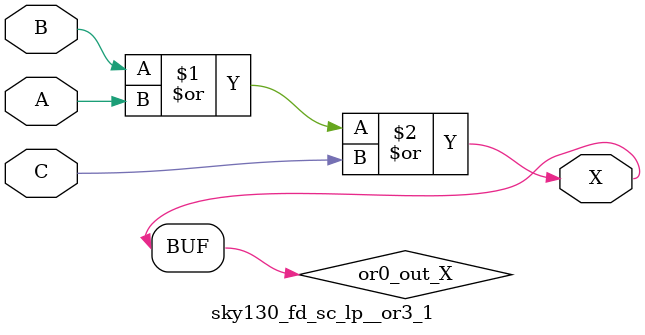
<source format=v>
/*
 * Copyright 2020 The SkyWater PDK Authors
 *
 * Licensed under the Apache License, Version 2.0 (the "License");
 * you may not use this file except in compliance with the License.
 * You may obtain a copy of the License at
 *
 *     https://www.apache.org/licenses/LICENSE-2.0
 *
 * Unless required by applicable law or agreed to in writing, software
 * distributed under the License is distributed on an "AS IS" BASIS,
 * WITHOUT WARRANTIES OR CONDITIONS OF ANY KIND, either express or implied.
 * See the License for the specific language governing permissions and
 * limitations under the License.
 *
 * SPDX-License-Identifier: Apache-2.0
*/


`ifndef SKY130_FD_SC_LP__OR3_1_FUNCTIONAL_V
`define SKY130_FD_SC_LP__OR3_1_FUNCTIONAL_V

/**
 * or3: 3-input OR.
 *
 * Verilog simulation functional model.
 */

`timescale 1ns / 1ps
`default_nettype none

`celldefine
module sky130_fd_sc_lp__or3_1 (
    X,
    A,
    B,
    C
);

    // Module ports
    output X;
    input  A;
    input  B;
    input  C;

    // Local signals
    wire or0_out_X;

    //  Name  Output     Other arguments
    or  or0  (or0_out_X, B, A, C        );
    buf buf0 (X        , or0_out_X      );

endmodule
`endcelldefine

`default_nettype wire
`endif  // SKY130_FD_SC_LP__OR3_1_FUNCTIONAL_V

</source>
